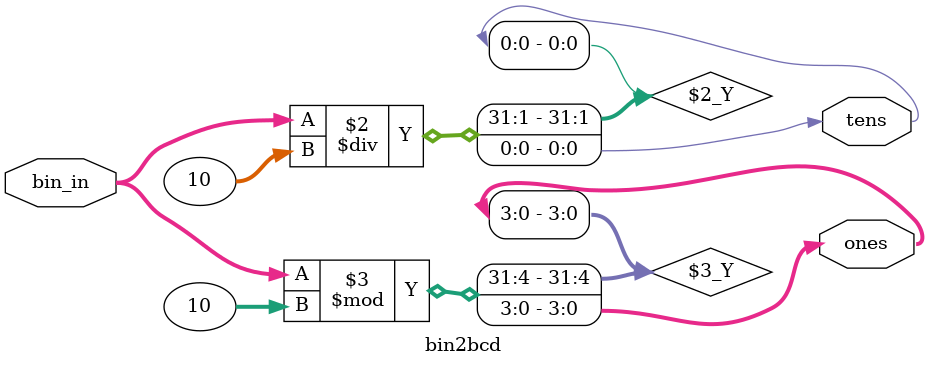
<source format=v>
`timescale 1ns / 1ps

module bin2bcd(
    input [3:0] bin_in,
    output reg tens,
    output reg [3:0] ones
    );
    
    always @* begin
        tens = bin_in / 10;
        ones = bin_in % 10;
    end
    
endmodule

</source>
